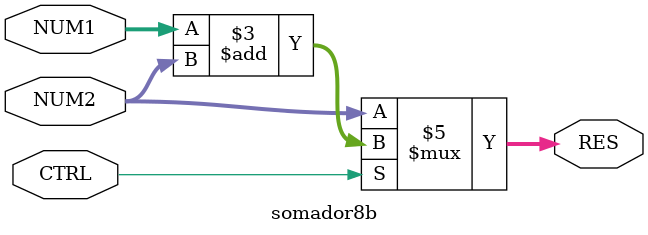
<source format=v>
module somador8b (
    CTRL, 
    NUM1,
    NUM2,
    RES
);

input CTRL;
input [7:0] NUM1, NUM2;
output reg [7:0] RES;

always @(CTRL, NUM1, NUM2)
begin
    if (CTRL == 1'b1)
        RES <= NUM1 + NUM2;
    else
        RES <= NUM2;
end
    
endmodule

</source>
